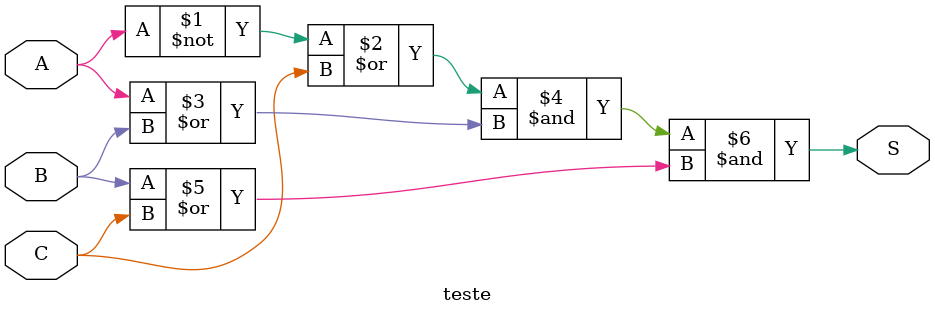
<source format=v>
module teste 
(
    input wire A,
    input wire B,
    input wire C,
    output wire S
);

assign S = (~A | C) & (A | B) & (B | C);

endmodule
</source>
